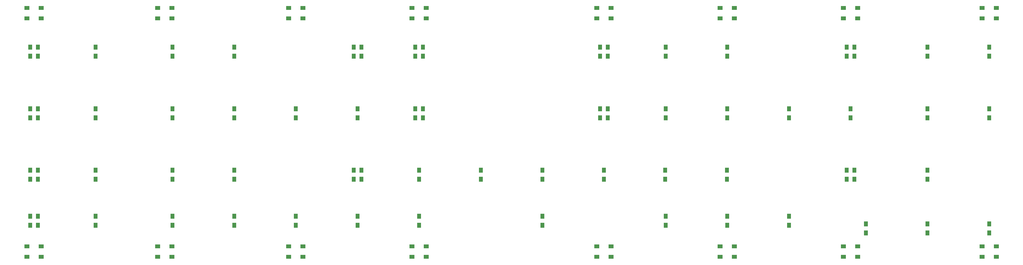
<source format=gbr>
G04 #@! TF.GenerationSoftware,KiCad,Pcbnew,(6.0.0-rc1-dev-577-ge0316af69)*
G04 #@! TF.CreationDate,2019-06-10T21:21:03-05:00*
G04 #@! TF.ProjectId,OrthonautSouthpaw,4F7274686F6E617574536F7574687061,v1*
G04 #@! TF.SameCoordinates,Original*
G04 #@! TF.FileFunction,Paste,Bot*
G04 #@! TF.FilePolarity,Positive*
%FSLAX46Y46*%
G04 Gerber Fmt 4.6, Leading zero omitted, Abs format (unit mm)*
G04 Created by KiCad (PCBNEW (6.0.0-rc1-dev-577-ge0316af69)) date 06/10/19 21:21:03*
%MOMM*%
%LPD*%
G01*
G04 APERTURE LIST*
%ADD10R,1.500000X1.200000*%
%ADD11R,1.200000X1.600000*%
G04 APERTURE END LIST*
D10*
G04 #@! TO.C,D68*
X237325000Y-94587500D03*
X237325000Y-97787500D03*
X232925000Y-97787500D03*
X232925000Y-94587500D03*
G04 #@! TD*
D11*
G04 #@! TO.C,D1*
X58187500Y-35837500D03*
X58187500Y-33037500D03*
G04 #@! TD*
G04 #@! TO.C,D2*
X58187500Y-54837500D03*
X58187500Y-52037500D03*
G04 #@! TD*
G04 #@! TO.C,D3*
X58187500Y-73837500D03*
X58187500Y-71037500D03*
G04 #@! TD*
G04 #@! TO.C,D5*
X60562500Y-35837500D03*
X60562500Y-33037500D03*
G04 #@! TD*
G04 #@! TO.C,D6*
X60562500Y-54837500D03*
X60562500Y-52037500D03*
G04 #@! TD*
G04 #@! TO.C,D7*
X60562500Y-73837500D03*
X60562500Y-71037500D03*
G04 #@! TD*
G04 #@! TO.C,D8*
X60562500Y-88087500D03*
X60562500Y-85287500D03*
G04 #@! TD*
G04 #@! TO.C,D9*
X78375000Y-35837500D03*
X78375000Y-33037500D03*
G04 #@! TD*
G04 #@! TO.C,D10*
X78375000Y-54837500D03*
X78375000Y-52037500D03*
G04 #@! TD*
G04 #@! TO.C,D11*
X78375000Y-73837500D03*
X78375000Y-71037500D03*
G04 #@! TD*
G04 #@! TO.C,D12*
X78375000Y-88087500D03*
X78375000Y-85287500D03*
G04 #@! TD*
G04 #@! TO.C,D13*
X102125000Y-33037500D03*
X102125000Y-35837500D03*
G04 #@! TD*
G04 #@! TO.C,D14*
X102125000Y-52037500D03*
X102125000Y-54837500D03*
G04 #@! TD*
G04 #@! TO.C,D15*
X102125000Y-71037500D03*
X102125000Y-73837500D03*
G04 #@! TD*
G04 #@! TO.C,D16*
X102125000Y-85287500D03*
X102125000Y-88087500D03*
G04 #@! TD*
G04 #@! TO.C,D17*
X121125000Y-33037500D03*
X121125000Y-35837500D03*
G04 #@! TD*
G04 #@! TO.C,D18*
X121125000Y-52037500D03*
X121125000Y-54837500D03*
G04 #@! TD*
G04 #@! TO.C,D19*
X121125000Y-71037500D03*
X121125000Y-73837500D03*
G04 #@! TD*
G04 #@! TO.C,D20*
X121125000Y-85287500D03*
X121125000Y-88087500D03*
G04 #@! TD*
G04 #@! TO.C,D21*
X157937500Y-33037500D03*
X157937500Y-35837500D03*
G04 #@! TD*
G04 #@! TO.C,D22*
X140125000Y-52037500D03*
X140125000Y-54837500D03*
G04 #@! TD*
G04 #@! TO.C,D23*
X157937500Y-71037500D03*
X157937500Y-73837500D03*
G04 #@! TD*
G04 #@! TO.C,D24*
X140125000Y-85287500D03*
X140125000Y-88087500D03*
G04 #@! TD*
G04 #@! TO.C,D25*
X160312500Y-33037500D03*
X160312500Y-35837500D03*
G04 #@! TD*
G04 #@! TO.C,D26*
X159125000Y-52037500D03*
X159125000Y-54837500D03*
G04 #@! TD*
G04 #@! TO.C,D27*
X160312500Y-71037500D03*
X160312500Y-73837500D03*
G04 #@! TD*
G04 #@! TO.C,D28*
X159125000Y-85287500D03*
X159125000Y-88087500D03*
G04 #@! TD*
G04 #@! TO.C,D29*
X176937500Y-33037500D03*
X176937500Y-35837500D03*
G04 #@! TD*
G04 #@! TO.C,D30*
X176937500Y-52037500D03*
X176937500Y-54837500D03*
G04 #@! TD*
G04 #@! TO.C,D31*
X178125000Y-71037500D03*
X178125000Y-73837500D03*
G04 #@! TD*
G04 #@! TO.C,D32*
X178125000Y-85287500D03*
X178125000Y-88087500D03*
G04 #@! TD*
G04 #@! TO.C,D33*
X179312500Y-33037500D03*
X179312500Y-35837500D03*
G04 #@! TD*
G04 #@! TO.C,D34*
X179312500Y-52037500D03*
X179312500Y-54837500D03*
G04 #@! TD*
G04 #@! TO.C,D35*
X197125000Y-71037500D03*
X197125000Y-73837500D03*
G04 #@! TD*
G04 #@! TO.C,D36*
X233937500Y-33037500D03*
X233937500Y-35837500D03*
G04 #@! TD*
G04 #@! TO.C,D37*
X233937500Y-52037500D03*
X233937500Y-54837500D03*
G04 #@! TD*
G04 #@! TO.C,D38*
X216125000Y-71037500D03*
X216125000Y-73837500D03*
G04 #@! TD*
G04 #@! TO.C,D39*
X236312500Y-33037500D03*
X236312500Y-35837500D03*
G04 #@! TD*
G04 #@! TO.C,D40*
X236312500Y-52037500D03*
X236312500Y-54837500D03*
G04 #@! TD*
G04 #@! TO.C,D41*
X235125000Y-71037500D03*
X235125000Y-73837500D03*
G04 #@! TD*
G04 #@! TO.C,D42*
X216125000Y-85287500D03*
X216125000Y-88087500D03*
G04 #@! TD*
G04 #@! TO.C,D43*
X254125000Y-33037500D03*
X254125000Y-35837500D03*
G04 #@! TD*
G04 #@! TO.C,D44*
X254125000Y-52037500D03*
X254125000Y-54837500D03*
G04 #@! TD*
G04 #@! TO.C,D45*
X254000000Y-73837500D03*
X254000000Y-71037500D03*
G04 #@! TD*
G04 #@! TO.C,D46*
X254125000Y-88087500D03*
X254125000Y-85287500D03*
G04 #@! TD*
G04 #@! TO.C,D47*
X273125000Y-35837500D03*
X273125000Y-33037500D03*
G04 #@! TD*
G04 #@! TO.C,D48*
X273125000Y-54837500D03*
X273125000Y-52037500D03*
G04 #@! TD*
G04 #@! TO.C,D49*
X273000000Y-73837500D03*
X273000000Y-71037500D03*
G04 #@! TD*
G04 #@! TO.C,D50*
X273125000Y-88087500D03*
X273125000Y-85287500D03*
G04 #@! TD*
G04 #@! TO.C,D51*
X309937500Y-35837500D03*
X309937500Y-33037500D03*
G04 #@! TD*
G04 #@! TO.C,D52*
X292125000Y-54837500D03*
X292125000Y-52037500D03*
G04 #@! TD*
G04 #@! TO.C,D53*
X309937500Y-73837500D03*
X309937500Y-71037500D03*
G04 #@! TD*
G04 #@! TO.C,D54*
X292125000Y-88087500D03*
X292125000Y-85287500D03*
G04 #@! TD*
G04 #@! TO.C,D55*
X312312500Y-35837500D03*
X312312500Y-33037500D03*
G04 #@! TD*
G04 #@! TO.C,D56*
X311125000Y-54837500D03*
X311125000Y-52037500D03*
G04 #@! TD*
G04 #@! TO.C,D57*
X312312500Y-73837500D03*
X312312500Y-71037500D03*
G04 #@! TD*
G04 #@! TO.C,D58*
X315875000Y-90462500D03*
X315875000Y-87662500D03*
G04 #@! TD*
G04 #@! TO.C,D59*
X334875000Y-35837500D03*
X334875000Y-33037500D03*
G04 #@! TD*
G04 #@! TO.C,D60*
X334875000Y-54837500D03*
X334875000Y-52037500D03*
G04 #@! TD*
G04 #@! TO.C,D61*
X334875000Y-73837500D03*
X334875000Y-71037500D03*
G04 #@! TD*
G04 #@! TO.C,D62*
X334875000Y-90462500D03*
X334875000Y-87662500D03*
G04 #@! TD*
G04 #@! TO.C,D63*
X353875000Y-35837500D03*
X353875000Y-33037500D03*
G04 #@! TD*
G04 #@! TO.C,D64*
X353875000Y-54837500D03*
X353875000Y-52037500D03*
G04 #@! TD*
G04 #@! TO.C,D65*
X353875000Y-90462500D03*
X353875000Y-87662500D03*
G04 #@! TD*
D10*
G04 #@! TO.C,D66*
X180325000Y-20962500D03*
X180325000Y-24162500D03*
X175925000Y-24162500D03*
X175925000Y-20962500D03*
G04 #@! TD*
G04 #@! TO.C,D67*
X57175000Y-94587500D03*
X57175000Y-97787500D03*
X61575000Y-97787500D03*
X61575000Y-94587500D03*
G04 #@! TD*
G04 #@! TO.C,D69*
X356075000Y-20962500D03*
X356075000Y-24162500D03*
X351675000Y-24162500D03*
X351675000Y-20962500D03*
G04 #@! TD*
G04 #@! TO.C,D70*
X137925000Y-20962500D03*
X137925000Y-24162500D03*
X142325000Y-24162500D03*
X142325000Y-20962500D03*
G04 #@! TD*
G04 #@! TO.C,D71*
X101950000Y-94587500D03*
X101950000Y-97787500D03*
X97550000Y-97787500D03*
X97550000Y-94587500D03*
G04 #@! TD*
G04 #@! TO.C,D72*
X270925000Y-94587500D03*
X270925000Y-97787500D03*
X275325000Y-97787500D03*
X275325000Y-94587500D03*
G04 #@! TD*
G04 #@! TO.C,D73*
X308925000Y-20962500D03*
X308925000Y-24162500D03*
X313325000Y-24162500D03*
X313325000Y-20962500D03*
G04 #@! TD*
G04 #@! TO.C,D74*
X101950000Y-20962500D03*
X101950000Y-24162500D03*
X97550000Y-24162500D03*
X97550000Y-20962500D03*
G04 #@! TD*
G04 #@! TO.C,D75*
X142325000Y-94587500D03*
X142325000Y-97787500D03*
X137925000Y-97787500D03*
X137925000Y-94587500D03*
G04 #@! TD*
G04 #@! TO.C,D76*
X313325000Y-94587500D03*
X313325000Y-97787500D03*
X308925000Y-97787500D03*
X308925000Y-94587500D03*
G04 #@! TD*
G04 #@! TO.C,D77*
X275325000Y-20962500D03*
X275325000Y-24162500D03*
X270925000Y-24162500D03*
X270925000Y-20962500D03*
G04 #@! TD*
G04 #@! TO.C,D78*
X57175000Y-20962500D03*
X57175000Y-24162500D03*
X61575000Y-24162500D03*
X61575000Y-20962500D03*
G04 #@! TD*
G04 #@! TO.C,D79*
X175925000Y-94587500D03*
X175925000Y-97787500D03*
X180325000Y-97787500D03*
X180325000Y-94587500D03*
G04 #@! TD*
G04 #@! TO.C,D80*
X351675000Y-94587500D03*
X351675000Y-97787500D03*
X356075000Y-97787500D03*
X356075000Y-94587500D03*
G04 #@! TD*
G04 #@! TO.C,D81*
X232925000Y-20962500D03*
X232925000Y-24162500D03*
X237325000Y-24162500D03*
X237325000Y-20962500D03*
G04 #@! TD*
D11*
G04 #@! TO.C,D4*
X58187500Y-88087500D03*
X58187500Y-85287500D03*
G04 #@! TD*
M02*

</source>
